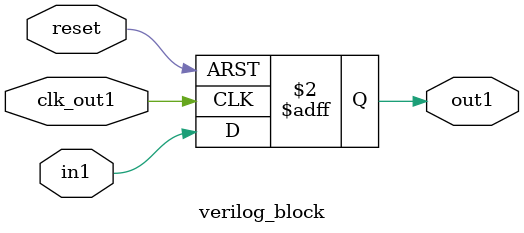
<source format=v>
`timescale 1ns / 1ps


module verilog_block(
    input in1,
    input clk_out1,
    input reset,
    output reg out1
    );
    
    always @(posedge clk_out1 or posedge reset) begin
    if (reset) out1 <= 0;
    else out1 <= in1;
    end
endmodule

</source>
